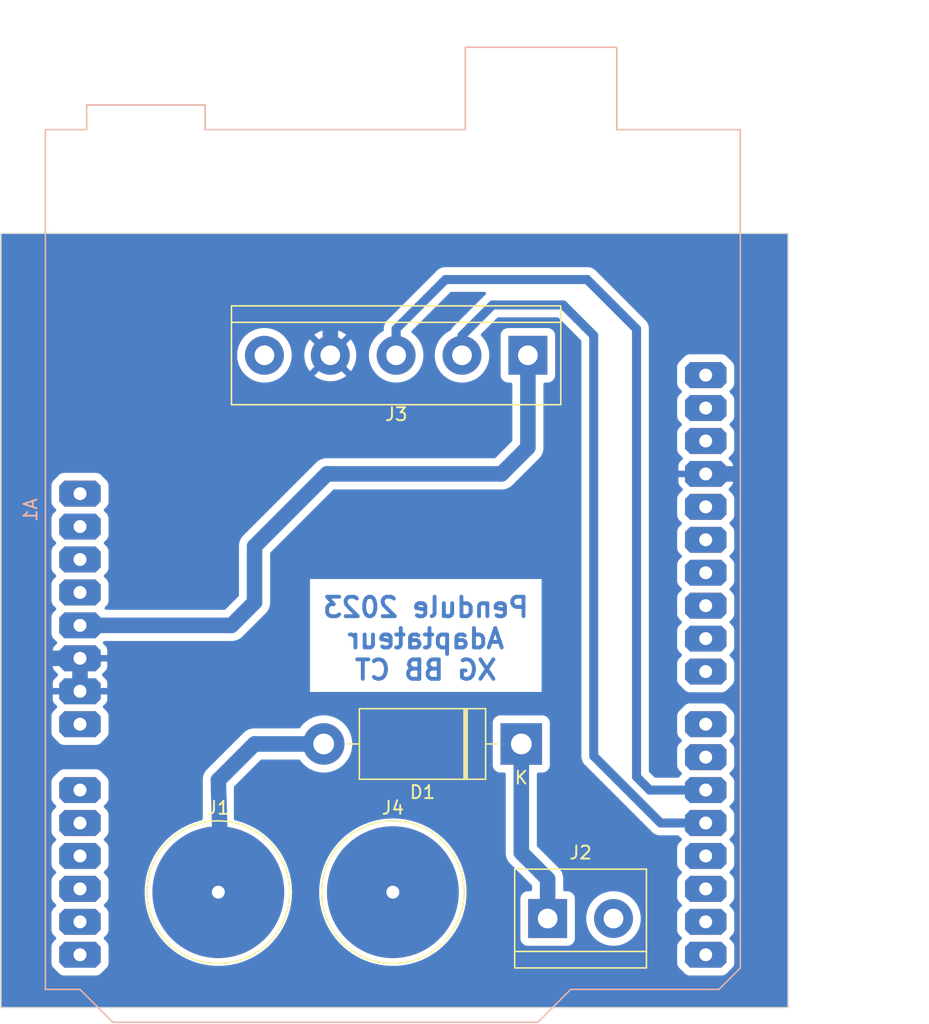
<source format=kicad_pcb>
(kicad_pcb (version 20221018) (generator pcbnew)
  (layers (0 "F.Cu" signal) (31 "B.Cu" signal) (34 "B.Paste" user) (35 "F.Paste" user) (36 "B.SilkS" user "B.Silkscreen") (37 "F.SilkS" user "F.Silkscreen") (38 "B.Mask" user) (39 "F.Mask" user) (44 "Edge.Cuts" user))
  (net 0 "")
  (net 5 "/Rouge")
  (net 6 "/Noir")
  (net 18 "/Vert")
  (net 19 "/Blanc")
  (net 31 "/+12V_P")
  (net 32 "/+12v")
  (net 33 "GNDPWR")
  (net 34 "/Shield")
  (footprint "Diode_THT:D_DO-201AD_P15.24mm_Horizontal" (layer "F.Cu") (at 239.014 124.46 180)
    (fp_text reference "D1" (at 7.62 -3.72) (layer "F.SilkS"))
    (fp_text value "MBR340")
    (fp_text user "K" (at 0 -2.6) (layer "F.SilkS"))
    (fp_line (start 1.84 0) (end 2.75 0) (stroke (width 0.12)) (layer "F.SilkS"))
    (fp_line (start 2.75 -2.72) (end 2.75 2.72) (stroke (width 0.12)) (layer "F.SilkS"))
    (fp_line (start 2.75 2.72) (end 12.49 2.72) (stroke (width 0.12)) (layer "F.SilkS"))
    (fp_line (start 4.175 -2.72) (end 4.175 2.72) (stroke (width 0.12)) (layer "F.SilkS"))
    (fp_line (start 4.295 -2.72) (end 4.295 2.72) (stroke (width 0.12)) (layer "F.SilkS"))
    (fp_line (start 4.415 -2.72) (end 4.415 2.72) (stroke (width 0.12)) (layer "F.SilkS"))
    (fp_line (start 12.49 -2.72) (end 2.75 -2.72) (stroke (width 0.12)) (layer "F.SilkS"))
    (fp_line (start 12.49 2.72) (end 12.49 -2.72) (stroke (width 0.12)) (layer "F.SilkS"))
    (fp_line (start 13.4 0) (end 12.49 0) (stroke (width 0.12)) (layer "F.SilkS"))
    (pad "1" thru_hole rect (at 0 0 180) (size 3.2 3.2) (drill 1.6) (layers "*.Cu" "*.Mask") (net 31 "/+12V_P"))
    (pad "2" thru_hole oval (at 15.24 0 180) (size 3.2 3.2) (drill 1.6) (layers "*.Cu" "*.Mask") (net 32 "/+12v"))
  )
  (footprint "Connector:Banana_Jack_1Pin" (layer "F.Cu") (at 229.108 135.89)
    (fp_text reference "J4" (at 0 -6.5) (layer "F.SilkS"))
    (fp_text value "Conn_01x01")
    (fp_circle (center 0 0) (end 5.5 0) (stroke (width 0.12)) (fill none) (layer "F.SilkS"))
    (pad "1" thru_hole circle (at 0 0) (size 10.16 10.16) (drill 1) (layers "*.Cu" "*.Mask") (net 33 "GNDPWR"))
  )
  (footprint "TerminalBlock:TerminalBlock_bornier-2_P5.08mm" (layer "F.Cu") (at 241.046 137.922)
    (fp_text reference "J2" (at 2.54 -5.08) (layer "F.SilkS"))
    (fp_text value "Conn_01x02")
    (fp_line (start -2.54 -3.81) (end -2.54 3.81) (stroke (width 0.12)) (layer "F.SilkS"))
    (fp_line (start -2.54 3.81) (end 7.62 3.81) (stroke (width 0.12)) (layer "F.SilkS"))
    (fp_line (start 7.62 -3.81) (end -2.54 -3.81) (stroke (width 0.12)) (layer "F.SilkS"))
    (fp_line (start 7.62 2.54) (end -2.54 2.54) (stroke (width 0.12)) (layer "F.SilkS"))
    (fp_line (start 7.62 3.81) (end 7.62 -3.81) (stroke (width 0.12)) (layer "F.SilkS"))
    (pad "1" thru_hole rect (at 0 0) (size 3 3) (drill 1.52) (layers "*.Cu" "*.Mask") (net 31 "/+12V_P"))
    (pad "2" thru_hole circle (at 5.08 0) (size 3 3) (drill 1.52) (layers "*.Cu" "*.Mask") (net 33 "GNDPWR"))
  )
  (footprint "Connector:Banana_Jack_1Pin" (layer "F.Cu") (at 215.646 135.89)
    (fp_text reference "J1" (at 0 -6.5) (layer "F.SilkS"))
    (fp_text value "Conn_01x01")
    (fp_circle (center 0 0) (end 5.5 0) (stroke (width 0.12)) (fill none) (layer "F.SilkS"))
    (pad "1" thru_hole circle (at 0 0) (size 10.16 10.16) (drill 1) (layers "*.Cu" "*.Mask") (net 32 "/+12v"))
  )
  (footprint "TerminalBlock:TerminalBlock_bornier-5_P5.08mm" (layer "F.Cu") (at 239.522 94.488 180)
    (fp_text reference "J3" (at 10.15 -4.55) (layer "F.SilkS"))
    (fp_text value "Conn_01x05")
    (fp_line (start -2.54 -3.81) (end -2.54 3.81) (stroke (width 0.12)) (layer "F.SilkS"))
    (fp_line (start -2.54 -3.81) (end 22.86 -3.81) (stroke (width 0.12)) (layer "F.SilkS"))
    (fp_line (start -2.54 2.54) (end 22.86 2.54) (stroke (width 0.12)) (layer "F.SilkS"))
    (fp_line (start -2.54 3.81) (end 22.86 3.81) (stroke (width 0.12)) (layer "F.SilkS"))
    (fp_line (start 22.86 -3.81) (end 22.86 3.81) (stroke (width 0.12)) (layer "F.SilkS"))
    (pad "1" thru_hole rect (at 0 0 180) (size 3 3) (drill 1.52) (layers "*.Cu" "*.Mask") (net 5 "/Rouge"))
    (pad "2" thru_hole circle (at 5.08 0 180) (size 3 3) (drill 1.52) (layers "*.Cu" "*.Mask") (net 18 "/Vert"))
    (pad "3" thru_hole circle (at 10.16 0 180) (size 3 3) (drill 1.52) (layers "*.Cu" "*.Mask") (net 19 "/Blanc"))
    (pad "4" thru_hole circle (at 15.24 0 180) (size 3 3) (drill 1.52) (layers "*.Cu" "*.Mask") (net 6 "/Noir"))
    (pad "5" thru_hole circle (at 20.32 0 180) (size 3 3) (drill 1.52) (layers "*.Cu" "*.Mask") (net 34 "/Shield"))
  )
  (footprint "Module:Arduino_UNO_R3" (layer "B.Cu") (at 204.978 105.156 -90)
    (fp_text reference "A1" (at 1.27 3.81 -270) (layer "B.SilkS") (effects (justify mirror)))
    (fp_text value "Arduino_UNO_R3")
    (fp_line (start -34.42 -41.4) (end -28.07 -41.4) (stroke (width 0.12)) (layer "B.SilkS"))
    (fp_line (start -34.42 -29.72) (end -34.42 -41.4) (stroke (width 0.12)) (layer "B.SilkS"))
    (fp_line (start -29.97 -9.65) (end -28.07 -9.65) (stroke (width 0.12)) (layer "B.SilkS"))
    (fp_line (start -29.97 -0.51) (end -29.97 -9.65) (stroke (width 0.12)) (layer "B.SilkS"))
    (fp_line (start -28.07 -50.93) (end 36.58 -50.93) (stroke (width 0.12)) (layer "B.SilkS"))
    (fp_line (start -28.07 -41.4) (end -28.07 -50.93) (stroke (width 0.12)) (layer "B.SilkS"))
    (fp_line (start -28.07 -29.72) (end -34.42 -29.72) (stroke (width 0.12)) (layer "B.SilkS"))
    (fp_line (start -28.07 -9.65) (end -28.07 -29.72) (stroke (width 0.12)) (layer "B.SilkS"))
    (fp_line (start -28.07 -0.51) (end -29.97 -0.51) (stroke (width 0.12)) (layer "B.SilkS"))
    (fp_line (start -28.07 2.67) (end -28.07 -0.51) (stroke (width 0.12)) (layer "B.SilkS"))
    (fp_line (start 36.58 -50.93) (end 38.23 -49.28) (stroke (width 0.12)) (layer "B.SilkS"))
    (fp_line (start 38.23 -49.28) (end 38.23 -37.85) (stroke (width 0.12)) (layer "B.SilkS"))
    (fp_line (start 38.23 -37.85) (end 40.77 -35.31) (stroke (width 0.12)) (layer "B.SilkS"))
    (fp_line (start 38.23 0) (end 38.23 2.67) (stroke (width 0.12)) (layer "B.SilkS"))
    (fp_line (start 38.23 2.67) (end -28.07 2.67) (stroke (width 0.12)) (layer "B.SilkS"))
    (fp_line (start 40.77 -35.31) (end 40.77 -2.54) (stroke (width 0.12)) (layer "B.SilkS"))
    (fp_line (start 40.77 -2.54) (end 38.23 0) (stroke (width 0.12)) (layer "B.SilkS"))
    (pad "1" thru_hole roundrect (at 0 0 270) (size 2 3.2) (drill 1) (layers "*.Cu" "*.Mask") (roundrect_rratio 0) (chamfer_ratio 0.2) (chamfer top_left top_right bottom_left bottom_right))
    (pad "2" thru_hole roundrect (at 2.54 0 270) (size 2 3.2) (drill 1) (layers "*.Cu" "*.Mask") (roundrect_rratio 0) (chamfer_ratio 0.2) (chamfer top_left top_right bottom_left bottom_right))
    (pad "3" thru_hole roundrect (at 5.08 0 270) (size 2 3.2) (drill 1) (layers "*.Cu" "*.Mask") (roundrect_rratio 0) (chamfer_ratio 0.2) (chamfer top_left top_right bottom_left bottom_right))
    (pad "4" thru_hole roundrect (at 7.62 0 270) (size 2 3.2) (drill 1) (layers "*.Cu" "*.Mask") (roundrect_rratio 0) (chamfer_ratio 0.2) (chamfer top_left top_right bottom_left bottom_right))
    (pad "5" thru_hole roundrect (at 10.16 0 270) (size 2 3.2) (drill 1) (layers "*.Cu" "*.Mask") (roundrect_rratio 0) (chamfer_ratio 0.2) (chamfer top_left top_right bottom_left bottom_right) (net 5 "/Rouge"))
    (pad "6" thru_hole roundrect (at 12.7 0 270) (size 2 3.2) (drill 1) (layers "*.Cu" "*.Mask") (roundrect_rratio 0) (chamfer_ratio 0.2) (chamfer top_left top_right bottom_left bottom_right) (net 6 "/Noir"))
    (pad "7" thru_hole roundrect (at 15.24 0 270) (size 2 3.2) (drill 1) (layers "*.Cu" "*.Mask") (roundrect_rratio 0) (chamfer_ratio 0.2) (chamfer top_left top_right bottom_left bottom_right) (net 6 "/Noir"))
    (pad "8" thru_hole roundrect (at 17.78 0 270) (size 2 3.2) (drill 1) (layers "*.Cu" "*.Mask") (roundrect_rratio 0) (chamfer_ratio 0.2) (chamfer top_left top_right bottom_left bottom_right))
    (pad "9" thru_hole roundrect (at 22.86 0 270) (size 2 3.2) (drill 1) (layers "*.Cu" "*.Mask") (roundrect_rratio 0) (chamfer_ratio 0.2) (chamfer top_left top_right bottom_left bottom_right))
    (pad "10" thru_hole roundrect (at 25.4 0 270) (size 2 3.2) (drill 1) (layers "*.Cu" "*.Mask") (roundrect_rratio 0) (chamfer_ratio 0.2) (chamfer top_left top_right bottom_left bottom_right))
    (pad "11" thru_hole roundrect (at 27.94 0 270) (size 2 3.2) (drill 1) (layers "*.Cu" "*.Mask") (roundrect_rratio 0) (chamfer_ratio 0.2) (chamfer top_left top_right bottom_left bottom_right))
    (pad "12" thru_hole roundrect (at 30.48 0 270) (size 2 3.2) (drill 1) (layers "*.Cu" "*.Mask") (roundrect_rratio 0) (chamfer_ratio 0.2) (chamfer top_left top_right bottom_left bottom_right))
    (pad "13" thru_hole roundrect (at 33.02 0 270) (size 2 3.2) (drill 1) (layers "*.Cu" "*.Mask") (roundrect_rratio 0) (chamfer_ratio 0.2) (chamfer top_left top_right bottom_left bottom_right))
    (pad "14" thru_hole roundrect (at 35.56 0 270) (size 2 3.2) (drill 1) (layers "*.Cu" "*.Mask") (roundrect_rratio 0) (chamfer_ratio 0.2) (chamfer top_left top_right bottom_left bottom_right))
    (pad "15" thru_hole roundrect (at 35.56 -48.26 270) (size 2 3.2) (drill 1) (layers "*.Cu" "*.Mask") (roundrect_rratio 0) (chamfer_ratio 0.2) (chamfer top_left top_right bottom_left bottom_right))
    (pad "16" thru_hole roundrect (at 33.02 -48.26 270) (size 2 3.2) (drill 1) (layers "*.Cu" "*.Mask") (roundrect_rratio 0) (chamfer_ratio 0.2) (chamfer top_left top_right bottom_left bottom_right))
    (pad "17" thru_hole roundrect (at 30.48 -48.26 270) (size 2 3.2) (drill 1) (layers "*.Cu" "*.Mask") (roundrect_rratio 0) (chamfer_ratio 0.2) (chamfer top_left top_right bottom_left bottom_right))
    (pad "18" thru_hole roundrect (at 27.94 -48.26 270) (size 2 3.2) (drill 1) (layers "*.Cu" "*.Mask") (roundrect_rratio 0) (chamfer_ratio 0.2) (chamfer top_left top_right bottom_left bottom_right))
    (pad "19" thru_hole roundrect (at 25.4 -48.26 270) (size 2 3.2) (drill 1) (layers "*.Cu" "*.Mask") (roundrect_rratio 0) (chamfer_ratio 0.2) (chamfer top_left top_right bottom_left bottom_right) (net 18 "/Vert"))
    (pad "20" thru_hole roundrect (at 22.86 -48.26 270) (size 2 3.2) (drill 1) (layers "*.Cu" "*.Mask") (roundrect_rratio 0) (chamfer_ratio 0.2) (chamfer top_left top_right bottom_left bottom_right) (net 19 "/Blanc"))
    (pad "21" thru_hole roundrect (at 20.32 -48.26 270) (size 2 3.2) (drill 1) (layers "*.Cu" "*.Mask") (roundrect_rratio 0) (chamfer_ratio 0.2) (chamfer top_left top_right bottom_left bottom_right))
    (pad "22" thru_hole roundrect (at 17.78 -48.26 270) (size 2 3.2) (drill 1) (layers "*.Cu" "*.Mask") (roundrect_rratio 0) (chamfer_ratio 0.2) (chamfer top_left top_right bottom_left bottom_right))
    (pad "23" thru_hole roundrect (at 13.72 -48.26 270) (size 2 3.2) (drill 1) (layers "*.Cu" "*.Mask") (roundrect_rratio 0) (chamfer_ratio 0.2) (chamfer top_left top_right bottom_left bottom_right))
    (pad "24" thru_hole roundrect (at 11.18 -48.26 270) (size 2 3.2) (drill 1) (layers "*.Cu" "*.Mask") (roundrect_rratio 0) (chamfer_ratio 0.2) (chamfer top_left top_right bottom_left bottom_right))
    (pad "25" thru_hole roundrect (at 8.64 -48.26 270) (size 2 3.2) (drill 1) (layers "*.Cu" "*.Mask") (roundrect_rratio 0) (chamfer_ratio 0.2) (chamfer top_left top_right bottom_left bottom_right))
    (pad "26" thru_hole roundrect (at 6.1 -48.26 270) (size 2 3.2) (drill 1) (layers "*.Cu" "*.Mask") (roundrect_rratio 0) (chamfer_ratio 0.2) (chamfer top_left top_right bottom_left bottom_right))
    (pad "27" thru_hole roundrect (at 3.56 -48.26 270) (size 2 3.2) (drill 1) (layers "*.Cu" "*.Mask") (roundrect_rratio 0) (chamfer_ratio 0.2) (chamfer top_left top_right bottom_left bottom_right))
    (pad "28" thru_hole roundrect (at 1.02 -48.26 270) (size 2 3.2) (drill 1) (layers "*.Cu" "*.Mask") (roundrect_rratio 0) (chamfer_ratio 0.2) (chamfer top_left top_right bottom_left bottom_right))
    (pad "29" thru_hole roundrect (at -1.52 -48.26 270) (size 2 3.2) (drill 1) (layers "*.Cu" "*.Mask") (roundrect_rratio 0) (chamfer_ratio 0.2) (chamfer top_left top_right bottom_left bottom_right) (net 6 "/Noir"))
    (pad "30" thru_hole roundrect (at -4.06 -48.26 270) (size 2 3.2) (drill 1) (layers "*.Cu" "*.Mask") (roundrect_rratio 0) (chamfer_ratio 0.2) (chamfer top_left top_right bottom_left bottom_right))
    (pad "31" thru_hole roundrect (at -6.6 -48.26 270) (size 2 3.2) (drill 1) (layers "*.Cu" "*.Mask") (roundrect_rratio 0) (chamfer_ratio 0.2) (chamfer top_left top_right bottom_left bottom_right))
    (pad "32" thru_hole roundrect (at -9.14 -48.26 270) (size 2 3.2) (drill 1) (layers "*.Cu" "*.Mask") (roundrect_rratio 0) (chamfer_ratio 0.2) (chamfer top_left top_right bottom_left bottom_right))
  )
  (gr_rect (start 198.882 85.09) (end 259.588 144.78) (stroke (width 0.1)) (fill none) (layer "Edge.Cuts"))
  (gr_text "Pendule 2023\nAdaptateur\nXG BB CT" (at 231.648 119.634) (layer "B.Cu") (effects (font (size 1.5 1.5) (thickness 0.3) bold) (justify bottom mirror)))
  (segment (start 218.44 109.22) (end 218.44 113.538) (width 1.2) (layer "B.Cu") (net 5))
  (segment (start 237.49 103.632) (end 224.028 103.632) (width 1.2) (layer "B.Cu") (net 5))
  (segment (start 239.522 101.6) (end 237.49 103.632) (width 1.2) (layer "B.Cu") (net 5))
  (segment (start 224.028 103.632) (end 218.44 109.22) (width 1.2) (layer "B.Cu") (net 5))
  (segment (start 218.44 113.538) (end 216.662 115.316) (width 1.2) (layer "B.Cu") (net 5))
  (segment (start 216.662 115.316) (end 204.978 115.316) (width 1.2) (layer "B.Cu") (net 5))
  (segment (start 239.522 94.488) (end 239.522 101.6) (width 1.2) (layer "B.Cu") (net 5))
  (segment (start 201.676 117.856) (end 201.168 117.348) (width 1.2) (layer "B.Cu") (net 6))
  (segment (start 223.012 90.678) (end 224.282 91.948) (width 1.2) (layer "B.Cu") (net 6))
  (segment (start 205.232 90.678) (end 223.012 90.678) (width 1.2) (layer "B.Cu") (net 6))
  (segment (start 224.282 91.948) (end 224.282 94.488) (width 1.2) (layer "B.Cu") (net 6))
  (segment (start 257.302 94.234) (end 257.302 102.362) (width 1.2) (layer "B.Cu") (net 6))
  (segment (start 249.936 86.868) (end 257.302 94.234) (width 1.2) (layer "B.Cu") (net 6))
  (segment (start 204.978 120.396) (end 204.978 117.856) (width 1.2) (layer "B.Cu") (net 6))
  (segment (start 204.978 117.856) (end 201.676 117.856) (width 1.2) (layer "B.Cu") (net 6))
  (segment (start 201.168 117.348) (end 201.168 94.742) (width 1.2) (layer "B.Cu") (net 6))
  (segment (start 201.168 94.742) (end 205.232 90.678) (width 1.2) (layer "B.Cu") (net 6))
  (segment (start 226.822 86.868) (end 249.936 86.868) (width 1.2) (layer "B.Cu") (net 6))
  (segment (start 256.028 103.636) (end 253.238 103.636) (width 1.2) (layer "B.Cu") (net 6))
  (segment (start 223.012 90.678) (end 226.822 86.868) (width 1.2) (layer "B.Cu") (net 6))
  (segment (start 257.302 102.362) (end 256.028 103.636) (width 1.2) (layer "B.Cu") (net 6))
  (segment (start 253.238 130.556) (end 249.762944 130.556) (width 0.7) (layer "B.Cu") (net 18))
  (segment (start 236.798 90.608) (end 234.442 92.964) (width 0.7) (layer "B.Cu") (net 18))
  (segment (start 249.762944 130.556) (end 244.602 125.395056) (width 0.7) (layer "B.Cu") (net 18))
  (segment (start 244.602 125.395056) (end 244.602 92.964) (width 0.7) (layer "B.Cu") (net 18))
  (segment (start 234.442 92.964) (end 234.442 94.488) (width 0.7) (layer "B.Cu") (net 18))
  (segment (start 244.602 92.964) (end 242.246 90.608) (width 0.7) (layer "B.Cu") (net 18))
  (segment (start 242.246 90.608) (end 236.798 90.608) (width 0.7) (layer "B.Cu") (net 18))
  (segment (start 233.172 88.646) (end 244.094 88.646) (width 0.7) (layer "B.Cu") (net 19))
  (segment (start 248.92 128.016) (end 253.238 128.016) (width 0.7) (layer "B.Cu") (net 19))
  (segment (start 247.904 92.456) (end 247.904 127) (width 0.7) (layer "B.Cu") (net 19))
  (segment (start 229.362 92.456) (end 233.172 88.646) (width 0.7) (layer "B.Cu") (net 19))
  (segment (start 247.904 127) (end 248.92 128.016) (width 0.7) (layer "B.Cu") (net 19))
  (segment (start 244.094 88.646) (end 247.904 92.456) (width 0.7) (layer "B.Cu") (net 19))
  (segment (start 229.362 94.488) (end 229.362 92.456) (width 0.7) (layer "B.Cu") (net 19))
  (segment (start 241.046 137.922) (end 241.046 134.874) (width 1.2) (layer "B.Cu") (net 31))
  (segment (start 241.046 134.874) (end 239.014 132.842) (width 1.2) (layer "B.Cu") (net 31))
  (segment (start 239.014 132.842) (end 239.014 124.46) (width 1.2) (layer "B.Cu") (net 31))
  (segment (start 218.44 124.46) (end 223.774 124.46) (width 1.2) (layer "B.Cu") (net 32))
  (segment (start 215.9 135.89) (end 215.646 127.254) (width 1.2) (layer "B.Cu") (net 32))
  (segment (start 215.646 135.89) (end 215.9 135.89) (width 1.2) (layer "B.Cu") (net 32))
  (segment (start 215.646 127.254) (end 218.44 124.46) (width 1.2) (layer "B.Cu") (net 32))
  (zone (net 6) (net_name "/Noir") (layer "B.Cu") (connect_pads (clearance 0.6)) (min_thickness 0.25) (fill yes (thermal_gap 0.5) (thermal_bridge_width 0.5))
    (polygon (pts (xy 198.882 85.09) (xy 259.588 85.09) (xy 259.588 144.78) (xy 198.882 144.78)))
  )
)
</source>
